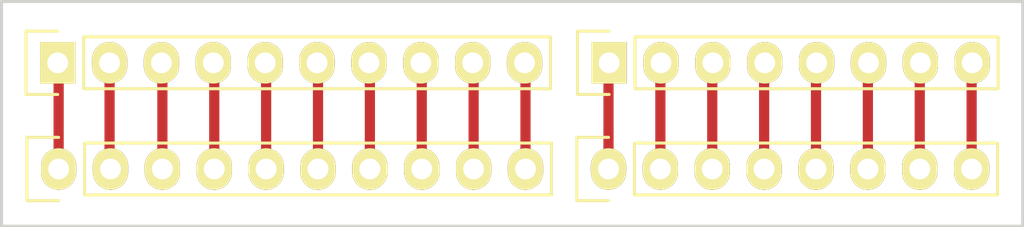
<source format=kicad_pcb>
(kicad_pcb (version 4) (host pcbnew "(2015-11-24 BZR 6329)-product")

  (general
    (links 18)
    (no_connects 0)
    (area 124.639667 64.14 177.073001 80.858)
    (thickness 1.6)
    (drawings 5)
    (tracks 36)
    (zones 0)
    (modules 4)
    (nets 19)
  )

  (page A4)
  (title_block
    (date "lun. 30 mars 2015")
  )

  (layers
    (0 F.Cu signal)
    (31 B.Cu signal)
    (32 B.Adhes user)
    (33 F.Adhes user)
    (34 B.Paste user)
    (35 F.Paste user)
    (36 B.SilkS user)
    (37 F.SilkS user)
    (38 B.Mask user)
    (39 F.Mask user)
    (40 Dwgs.User user)
    (41 Cmts.User user)
    (42 Eco1.User user)
    (43 Eco2.User user)
    (44 Edge.Cuts user)
    (45 Margin user)
    (46 B.CrtYd user)
    (47 F.CrtYd user)
    (48 B.Fab user)
    (49 F.Fab user)
  )

  (setup
    (last_trace_width 0.5)
    (trace_clearance 0.2)
    (zone_clearance 0.508)
    (zone_45_only no)
    (trace_min 0.2)
    (segment_width 0.15)
    (edge_width 0.15)
    (via_size 0.6)
    (via_drill 0.4)
    (via_min_size 0.4)
    (via_min_drill 0.3)
    (uvia_size 0.3)
    (uvia_drill 0.1)
    (uvias_allowed no)
    (uvia_min_size 0.2)
    (uvia_min_drill 0.1)
    (pcb_text_width 0.3)
    (pcb_text_size 1.5 1.5)
    (mod_edge_width 0.15)
    (mod_text_size 1 1)
    (mod_text_width 0.15)
    (pad_size 4.064 4.064)
    (pad_drill 3.048)
    (pad_to_mask_clearance 0)
    (aux_axis_origin 110.998 126.365)
    (grid_origin 110.998 126.365)
    (visible_elements FFFFFF7F)
    (pcbplotparams
      (layerselection 0x010f0_80000001)
      (usegerberextensions false)
      (excludeedgelayer true)
      (linewidth 0.100000)
      (plotframeref false)
      (viasonmask false)
      (mode 1)
      (useauxorigin false)
      (hpglpennumber 1)
      (hpglpenspeed 20)
      (hpglpendiameter 15)
      (hpglpenoverlay 2)
      (psnegative false)
      (psa4output false)
      (plotreference true)
      (plotvalue true)
      (plotinvisibletext false)
      (padsonsilk false)
      (subtractmaskfromsilk false)
      (outputformat 1)
      (mirror false)
      (drillshape 0)
      (scaleselection 1)
      (outputdirectory gerbers/))
  )

  (net 0 "")
  (net 1 GND)
  (net 2 /AREF)
  (net 3 "/A4(SDA)")
  (net 4 "/A5(SCL)")
  (net 5 "/9(**)")
  (net 6 /8)
  (net 7 /7)
  (net 8 "/6(**)")
  (net 9 "/5(**)")
  (net 10 /4)
  (net 11 "/3(**)")
  (net 12 /2)
  (net 13 "/1(Tx)")
  (net 14 "/0(Rx)")
  (net 15 "/13(SCK)")
  (net 16 "/10(**/SS)")
  (net 17 "/12(MISO)")
  (net 18 "/11(**/MOSI)")

  (net_class Default "This is the default net class."
    (clearance 0.2)
    (trace_width 0.5)
    (via_dia 0.6)
    (via_drill 0.4)
    (uvia_dia 0.3)
    (uvia_drill 0.1)
    (add_net "/0(Rx)")
    (add_net "/1(Tx)")
    (add_net "/10(**/SS)")
    (add_net "/11(**/MOSI)")
    (add_net "/12(MISO)")
    (add_net "/13(SCK)")
    (add_net /2)
    (add_net "/3(**)")
    (add_net /4)
    (add_net "/5(**)")
    (add_net "/6(**)")
    (add_net /7)
    (add_net /8)
    (add_net "/9(**)")
    (add_net "/A4(SDA)")
    (add_net "/A5(SCL)")
    (add_net /AREF)
    (add_net GND)
  )

  (module Socket_Arduino_Uno:Socket_Strip_Arduino_1x10 locked (layer F.Cu) (tedit 56585B70) (tstamp 551AFA18)
    (at 129.794 75.565)
    (descr "Through hole socket strip")
    (tags "socket strip")
    (path /5517C46C)
    (fp_text reference P3 (at 11.43 2.794) (layer F.SilkS) hide
      (effects (font (size 1 1) (thickness 0.15)))
    )
    (fp_text value Digital (at 11.43 4.318) (layer F.Fab) hide
      (effects (font (size 1 1) (thickness 0.15)))
    )
    (fp_line (start -1.75 -1.75) (end -1.75 1.75) (layer F.CrtYd) (width 0.05))
    (fp_line (start 24.65 -1.75) (end 24.65 1.75) (layer F.CrtYd) (width 0.05))
    (fp_line (start -1.75 -1.75) (end 24.65 -1.75) (layer F.CrtYd) (width 0.05))
    (fp_line (start -1.75 1.75) (end 24.65 1.75) (layer F.CrtYd) (width 0.05))
    (fp_line (start 1.27 1.27) (end 24.13 1.27) (layer F.SilkS) (width 0.15))
    (fp_line (start 24.13 1.27) (end 24.13 -1.27) (layer F.SilkS) (width 0.15))
    (fp_line (start 24.13 -1.27) (end 1.27 -1.27) (layer F.SilkS) (width 0.15))
    (fp_line (start -1.55 1.55) (end 0 1.55) (layer F.SilkS) (width 0.15))
    (fp_line (start 1.27 1.27) (end 1.27 -1.27) (layer F.SilkS) (width 0.15))
    (fp_line (start 0 -1.55) (end -1.55 -1.55) (layer F.SilkS) (width 0.15))
    (fp_line (start -1.55 -1.55) (end -1.55 1.55) (layer F.SilkS) (width 0.15))
    (pad 1 thru_hole oval (at 0 0) (size 1.7272 2.032) (drill 1.016) (layers *.Cu *.Mask F.SilkS)
      (net 4 "/A5(SCL)"))
    (pad 2 thru_hole oval (at 2.54 0) (size 1.7272 2.032) (drill 1.016) (layers *.Cu *.Mask F.SilkS)
      (net 3 "/A4(SDA)"))
    (pad 3 thru_hole oval (at 5.08 0) (size 1.7272 2.032) (drill 1.016) (layers *.Cu *.Mask F.SilkS)
      (net 2 /AREF))
    (pad 4 thru_hole oval (at 7.62 0) (size 1.7272 2.032) (drill 1.016) (layers *.Cu *.Mask F.SilkS)
      (net 1 GND))
    (pad 5 thru_hole oval (at 10.16 0) (size 1.7272 2.032) (drill 1.016) (layers *.Cu *.Mask F.SilkS)
      (net 15 "/13(SCK)"))
    (pad 6 thru_hole oval (at 12.7 0) (size 1.7272 2.032) (drill 1.016) (layers *.Cu *.Mask F.SilkS)
      (net 17 "/12(MISO)"))
    (pad 7 thru_hole oval (at 15.24 0) (size 1.7272 2.032) (drill 1.016) (layers *.Cu *.Mask F.SilkS)
      (net 18 "/11(**/MOSI)"))
    (pad 8 thru_hole oval (at 17.78 0) (size 1.7272 2.032) (drill 1.016) (layers *.Cu *.Mask F.SilkS)
      (net 16 "/10(**/SS)"))
    (pad 9 thru_hole oval (at 20.32 0) (size 1.7272 2.032) (drill 1.016) (layers *.Cu *.Mask F.SilkS)
      (net 5 "/9(**)"))
    (pad 10 thru_hole oval (at 22.86 0) (size 1.7272 2.032) (drill 1.016) (layers *.Cu *.Mask F.SilkS)
      (net 6 /8))
    (model ${KIPRJMOD}/Socket_Arduino_Uno.3dshapes/Socket_header_Arduino_1x10.wrl
      (at (xyz 0.45 0 0))
      (scale (xyz 1 1 1))
      (rotate (xyz 0 0 180))
    )
  )

  (module Socket_Arduino_Uno:Socket_Strip_Arduino_1x08 locked (layer F.Cu) (tedit 56585B76) (tstamp 551AFA2F)
    (at 156.718 75.565)
    (descr "Through hole socket strip")
    (tags "socket strip")
    (path /5517C366)
    (fp_text reference P4 (at 8.89 2.794) (layer F.SilkS) hide
      (effects (font (size 1 1) (thickness 0.15)))
    )
    (fp_text value Digital (at 8.89 4.318) (layer F.Fab) hide
      (effects (font (size 1 1) (thickness 0.15)))
    )
    (fp_line (start -1.75 -1.75) (end -1.75 1.75) (layer F.CrtYd) (width 0.05))
    (fp_line (start 19.55 -1.75) (end 19.55 1.75) (layer F.CrtYd) (width 0.05))
    (fp_line (start -1.75 -1.75) (end 19.55 -1.75) (layer F.CrtYd) (width 0.05))
    (fp_line (start -1.75 1.75) (end 19.55 1.75) (layer F.CrtYd) (width 0.05))
    (fp_line (start 1.27 1.27) (end 19.05 1.27) (layer F.SilkS) (width 0.15))
    (fp_line (start 19.05 1.27) (end 19.05 -1.27) (layer F.SilkS) (width 0.15))
    (fp_line (start 19.05 -1.27) (end 1.27 -1.27) (layer F.SilkS) (width 0.15))
    (fp_line (start -1.55 1.55) (end 0 1.55) (layer F.SilkS) (width 0.15))
    (fp_line (start 1.27 1.27) (end 1.27 -1.27) (layer F.SilkS) (width 0.15))
    (fp_line (start 0 -1.55) (end -1.55 -1.55) (layer F.SilkS) (width 0.15))
    (fp_line (start -1.55 -1.55) (end -1.55 1.55) (layer F.SilkS) (width 0.15))
    (pad 1 thru_hole oval (at 0 0) (size 1.7272 2.032) (drill 1.016) (layers *.Cu *.Mask F.SilkS)
      (net 7 /7))
    (pad 2 thru_hole oval (at 2.54 0) (size 1.7272 2.032) (drill 1.016) (layers *.Cu *.Mask F.SilkS)
      (net 8 "/6(**)"))
    (pad 3 thru_hole oval (at 5.08 0) (size 1.7272 2.032) (drill 1.016) (layers *.Cu *.Mask F.SilkS)
      (net 9 "/5(**)"))
    (pad 4 thru_hole oval (at 7.62 0) (size 1.7272 2.032) (drill 1.016) (layers *.Cu *.Mask F.SilkS)
      (net 10 /4))
    (pad 5 thru_hole oval (at 10.16 0) (size 1.7272 2.032) (drill 1.016) (layers *.Cu *.Mask F.SilkS)
      (net 11 "/3(**)"))
    (pad 6 thru_hole oval (at 12.7 0) (size 1.7272 2.032) (drill 1.016) (layers *.Cu *.Mask F.SilkS)
      (net 12 /2))
    (pad 7 thru_hole oval (at 15.24 0) (size 1.7272 2.032) (drill 1.016) (layers *.Cu *.Mask F.SilkS)
      (net 13 "/1(Tx)"))
    (pad 8 thru_hole oval (at 17.78 0) (size 1.7272 2.032) (drill 1.016) (layers *.Cu *.Mask F.SilkS)
      (net 14 "/0(Rx)"))
    (model ${KIPRJMOD}/Socket_Arduino_Uno.3dshapes/Socket_header_Arduino_1x08.wrl
      (at (xyz 0.35 0 0))
      (scale (xyz 1 1 1))
      (rotate (xyz 0 0 180))
    )
  )

  (module Socket_Strips:Socket_Strip_Straight_1x10 (layer F.Cu) (tedit 56585B7A) (tstamp 56585AF1)
    (at 129.748 70.365)
    (descr "Through hole socket strip")
    (tags "socket strip")
    (path /56585EDD)
    (fp_text reference P1 (at 0 -5.1) (layer F.SilkS) hide
      (effects (font (size 1 1) (thickness 0.15)))
    )
    (fp_text value CONN_01X10 (at 0 -3.1) (layer F.Fab) hide
      (effects (font (size 1 1) (thickness 0.15)))
    )
    (fp_line (start -1.75 -1.75) (end -1.75 1.75) (layer F.CrtYd) (width 0.05))
    (fp_line (start 24.65 -1.75) (end 24.65 1.75) (layer F.CrtYd) (width 0.05))
    (fp_line (start -1.75 -1.75) (end 24.65 -1.75) (layer F.CrtYd) (width 0.05))
    (fp_line (start -1.75 1.75) (end 24.65 1.75) (layer F.CrtYd) (width 0.05))
    (fp_line (start 1.27 1.27) (end 24.13 1.27) (layer F.SilkS) (width 0.15))
    (fp_line (start 24.13 1.27) (end 24.13 -1.27) (layer F.SilkS) (width 0.15))
    (fp_line (start 24.13 -1.27) (end 1.27 -1.27) (layer F.SilkS) (width 0.15))
    (fp_line (start -1.55 1.55) (end 0 1.55) (layer F.SilkS) (width 0.15))
    (fp_line (start 1.27 1.27) (end 1.27 -1.27) (layer F.SilkS) (width 0.15))
    (fp_line (start 0 -1.55) (end -1.55 -1.55) (layer F.SilkS) (width 0.15))
    (fp_line (start -1.55 -1.55) (end -1.55 1.55) (layer F.SilkS) (width 0.15))
    (pad 1 thru_hole rect (at 0 0) (size 1.7272 2.032) (drill 1.016) (layers *.Cu *.Mask F.SilkS)
      (net 4 "/A5(SCL)"))
    (pad 2 thru_hole oval (at 2.54 0) (size 1.7272 2.032) (drill 1.016) (layers *.Cu *.Mask F.SilkS)
      (net 3 "/A4(SDA)"))
    (pad 3 thru_hole oval (at 5.08 0) (size 1.7272 2.032) (drill 1.016) (layers *.Cu *.Mask F.SilkS)
      (net 2 /AREF))
    (pad 4 thru_hole oval (at 7.62 0) (size 1.7272 2.032) (drill 1.016) (layers *.Cu *.Mask F.SilkS)
      (net 1 GND))
    (pad 5 thru_hole oval (at 10.16 0) (size 1.7272 2.032) (drill 1.016) (layers *.Cu *.Mask F.SilkS)
      (net 15 "/13(SCK)"))
    (pad 6 thru_hole oval (at 12.7 0) (size 1.7272 2.032) (drill 1.016) (layers *.Cu *.Mask F.SilkS)
      (net 17 "/12(MISO)"))
    (pad 7 thru_hole oval (at 15.24 0) (size 1.7272 2.032) (drill 1.016) (layers *.Cu *.Mask F.SilkS)
      (net 18 "/11(**/MOSI)"))
    (pad 8 thru_hole oval (at 17.78 0) (size 1.7272 2.032) (drill 1.016) (layers *.Cu *.Mask F.SilkS)
      (net 16 "/10(**/SS)"))
    (pad 9 thru_hole oval (at 20.32 0) (size 1.7272 2.032) (drill 1.016) (layers *.Cu *.Mask F.SilkS)
      (net 5 "/9(**)"))
    (pad 10 thru_hole oval (at 22.86 0) (size 1.7272 2.032) (drill 1.016) (layers *.Cu *.Mask F.SilkS)
      (net 6 /8))
    (model Socket_Strips.3dshapes/Socket_Strip_Straight_1x10.wrl
      (at (xyz 0.45 0 0))
      (scale (xyz 1 1 1))
      (rotate (xyz 0 0 180))
    )
  )

  (module Socket_Strips:Socket_Strip_Straight_1x08 (layer F.Cu) (tedit 56585B80) (tstamp 56585AFD)
    (at 156.748 70.365)
    (descr "Through hole socket strip")
    (tags "socket strip")
    (path /56585F8D)
    (fp_text reference P2 (at 0 -5.1) (layer F.SilkS) hide
      (effects (font (size 1 1) (thickness 0.15)))
    )
    (fp_text value CONN_01X08 (at 0 -3.1) (layer F.Fab) hide
      (effects (font (size 1 1) (thickness 0.15)))
    )
    (fp_line (start -1.75 -1.75) (end -1.75 1.75) (layer F.CrtYd) (width 0.05))
    (fp_line (start 19.55 -1.75) (end 19.55 1.75) (layer F.CrtYd) (width 0.05))
    (fp_line (start -1.75 -1.75) (end 19.55 -1.75) (layer F.CrtYd) (width 0.05))
    (fp_line (start -1.75 1.75) (end 19.55 1.75) (layer F.CrtYd) (width 0.05))
    (fp_line (start 1.27 1.27) (end 19.05 1.27) (layer F.SilkS) (width 0.15))
    (fp_line (start 19.05 1.27) (end 19.05 -1.27) (layer F.SilkS) (width 0.15))
    (fp_line (start 19.05 -1.27) (end 1.27 -1.27) (layer F.SilkS) (width 0.15))
    (fp_line (start -1.55 1.55) (end 0 1.55) (layer F.SilkS) (width 0.15))
    (fp_line (start 1.27 1.27) (end 1.27 -1.27) (layer F.SilkS) (width 0.15))
    (fp_line (start 0 -1.55) (end -1.55 -1.55) (layer F.SilkS) (width 0.15))
    (fp_line (start -1.55 -1.55) (end -1.55 1.55) (layer F.SilkS) (width 0.15))
    (pad 1 thru_hole rect (at 0 0) (size 1.7272 2.032) (drill 1.016) (layers *.Cu *.Mask F.SilkS)
      (net 7 /7))
    (pad 2 thru_hole oval (at 2.54 0) (size 1.7272 2.032) (drill 1.016) (layers *.Cu *.Mask F.SilkS)
      (net 8 "/6(**)"))
    (pad 3 thru_hole oval (at 5.08 0) (size 1.7272 2.032) (drill 1.016) (layers *.Cu *.Mask F.SilkS)
      (net 9 "/5(**)"))
    (pad 4 thru_hole oval (at 7.62 0) (size 1.7272 2.032) (drill 1.016) (layers *.Cu *.Mask F.SilkS)
      (net 10 /4))
    (pad 5 thru_hole oval (at 10.16 0) (size 1.7272 2.032) (drill 1.016) (layers *.Cu *.Mask F.SilkS)
      (net 11 "/3(**)"))
    (pad 6 thru_hole oval (at 12.7 0) (size 1.7272 2.032) (drill 1.016) (layers *.Cu *.Mask F.SilkS)
      (net 12 /2))
    (pad 7 thru_hole oval (at 15.24 0) (size 1.7272 2.032) (drill 1.016) (layers *.Cu *.Mask F.SilkS)
      (net 13 "/1(Tx)"))
    (pad 8 thru_hole oval (at 17.78 0) (size 1.7272 2.032) (drill 1.016) (layers *.Cu *.Mask F.SilkS)
      (net 14 "/0(Rx)"))
    (model Socket_Strips.3dshapes/Socket_Strip_Straight_1x08.wrl
      (at (xyz 0.35 0 0))
      (scale (xyz 1 1 1))
      (rotate (xyz 0 0 180))
    )
  )

  (gr_line (start 126.998 67.365) (end 126.998 68.365) (angle 90) (layer Edge.Cuts) (width 0.15))
  (gr_line (start 176.998 67.365) (end 126.998 67.365) (angle 90) (layer Edge.Cuts) (width 0.15))
  (gr_line (start 176.998 78.365) (end 176.998 67.365) (angle 90) (layer Edge.Cuts) (width 0.15))
  (gr_line (start 126.998 78.365) (end 176.998 78.365) (angle 90) (layer Edge.Cuts) (width 0.15))
  (gr_line (start 126.998 68.365) (end 126.998 78.365) (angle 90) (layer Edge.Cuts) (width 0.15))

  (segment (start 137.414 75.565) (end 137.414 70.411) (width 0.5) (layer F.Cu) (net 1) (status C00000))
  (segment (start 137.414 70.411) (end 137.368 70.365) (width 0.5) (layer F.Cu) (net 1) (tstamp 56585B75) (status C00000))
  (segment (start 134.874 75.565) (end 134.874 70.411) (width 0.5) (layer F.Cu) (net 2) (status C00000))
  (segment (start 134.874 70.411) (end 134.828 70.365) (width 0.5) (layer F.Cu) (net 2) (tstamp 56585B72) (status C00000))
  (segment (start 132.288 70.365) (end 132.288 75.519) (width 0.5) (layer F.Cu) (net 3) (status C00000))
  (segment (start 132.288 75.519) (end 132.334 75.565) (width 0.5) (layer F.Cu) (net 3) (tstamp 56585B6F) (status C00000))
  (segment (start 129.794 75.565) (end 129.794 70.411) (width 0.5) (layer F.Cu) (net 4) (status C00000))
  (segment (start 129.794 70.411) (end 129.748 70.365) (width 0.5) (layer F.Cu) (net 4) (tstamp 56585B6C) (status C00000))
  (segment (start 150.114 75.565) (end 150.114 70.411) (width 0.5) (layer F.Cu) (net 5) (status C00000))
  (segment (start 150.114 70.411) (end 150.068 70.365) (width 0.5) (layer F.Cu) (net 5) (tstamp 56585B84) (status C00000))
  (segment (start 152.654 75.565) (end 152.654 70.411) (width 0.5) (layer F.Cu) (net 6) (status C00000))
  (segment (start 152.654 70.411) (end 152.608 70.365) (width 0.5) (layer F.Cu) (net 6) (tstamp 56585B87) (status C00000))
  (segment (start 156.718 75.565) (end 156.718 70.395) (width 0.5) (layer F.Cu) (net 7) (status C00000))
  (segment (start 156.718 70.395) (end 156.748 70.365) (width 0.5) (layer F.Cu) (net 7) (tstamp 56585B8A) (status C00000))
  (segment (start 159.258 75.565) (end 159.258 70.395) (width 0.5) (layer F.Cu) (net 8) (status C00000))
  (segment (start 159.258 70.395) (end 159.288 70.365) (width 0.5) (layer F.Cu) (net 8) (tstamp 56585B8D) (status C00000))
  (segment (start 161.798 75.565) (end 161.798 70.395) (width 0.5) (layer F.Cu) (net 9) (status C00000))
  (segment (start 161.798 70.395) (end 161.828 70.365) (width 0.5) (layer F.Cu) (net 9) (tstamp 56585B90) (status C00000))
  (segment (start 164.338 75.565) (end 164.338 70.395) (width 0.5) (layer F.Cu) (net 10) (status C00000))
  (segment (start 164.338 70.395) (end 164.368 70.365) (width 0.5) (layer F.Cu) (net 10) (tstamp 56585B93) (status C00000))
  (segment (start 166.878 75.565) (end 166.878 70.395) (width 0.5) (layer F.Cu) (net 11) (status C00000))
  (segment (start 166.878 70.395) (end 166.908 70.365) (width 0.5) (layer F.Cu) (net 11) (tstamp 56585B96) (status C00000))
  (segment (start 169.418 75.565) (end 169.418 70.395) (width 0.5) (layer F.Cu) (net 12) (status C00000))
  (segment (start 169.418 70.395) (end 169.448 70.365) (width 0.5) (layer F.Cu) (net 12) (tstamp 56585B99) (status C00000))
  (segment (start 171.958 75.565) (end 171.958 70.395) (width 0.5) (layer F.Cu) (net 13) (status C00000))
  (segment (start 171.958 70.395) (end 171.988 70.365) (width 0.5) (layer F.Cu) (net 13) (tstamp 56585B9C) (status C00000))
  (segment (start 174.498 75.565) (end 174.498 70.395) (width 0.5) (layer F.Cu) (net 14) (status C00000))
  (segment (start 174.498 70.395) (end 174.528 70.365) (width 0.5) (layer F.Cu) (net 14) (tstamp 56585B9F) (status C00000))
  (segment (start 139.954 75.565) (end 139.954 70.411) (width 0.5) (layer F.Cu) (net 15) (status C00000))
  (segment (start 139.954 70.411) (end 139.908 70.365) (width 0.5) (layer F.Cu) (net 15) (tstamp 56585B78) (status C00000))
  (segment (start 147.574 75.565) (end 147.574 70.411) (width 0.5) (layer F.Cu) (net 16) (status C00000))
  (segment (start 147.574 70.411) (end 147.528 70.365) (width 0.5) (layer F.Cu) (net 16) (tstamp 56585B81) (status C00000))
  (segment (start 142.494 75.565) (end 142.494 70.411) (width 0.5) (layer F.Cu) (net 17) (status C00000))
  (segment (start 142.494 70.411) (end 142.448 70.365) (width 0.5) (layer F.Cu) (net 17) (tstamp 56585B7B) (status C00000))
  (segment (start 145.034 75.565) (end 145.034 70.411) (width 0.5) (layer F.Cu) (net 18) (status C00000))
  (segment (start 145.034 70.411) (end 144.988 70.365) (width 0.5) (layer F.Cu) (net 18) (tstamp 56585B7E) (status C00000))

)

</source>
